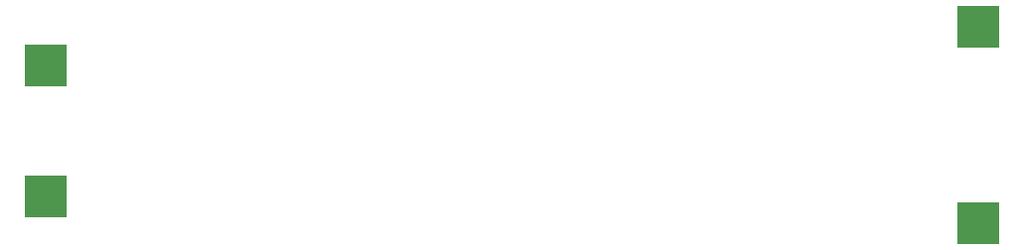
<source format=gbs>
%TF.GenerationSoftware,KiCad,Pcbnew,(5.1.6)-1*%
%TF.CreationDate,2021-10-31T23:30:24+01:00*%
%TF.ProjectId,LiPo_12_Driver,4c69506f-5f31-4325-9f44-72697665722e,rev?*%
%TF.SameCoordinates,Original*%
%TF.FileFunction,Soldermask,Bot*%
%TF.FilePolarity,Negative*%
%FSLAX46Y46*%
G04 Gerber Fmt 4.6, Leading zero omitted, Abs format (unit mm)*
G04 Created by KiCad (PCBNEW (5.1.6)-1) date 2021-10-31 23:30:24*
%MOMM*%
%LPD*%
G01*
G04 APERTURE LIST*
%ADD10R,3.600000X3.600000*%
G04 APERTURE END LIST*
D10*
%TO.C,J2*%
X101498400Y-106734000D03*
%TD*%
%TO.C,J3*%
X101498400Y-95504000D03*
%TD*%
%TO.C,J4*%
X180975000Y-108966000D03*
%TD*%
%TO.C,J1*%
X180911500Y-92265500D03*
%TD*%
M02*

</source>
